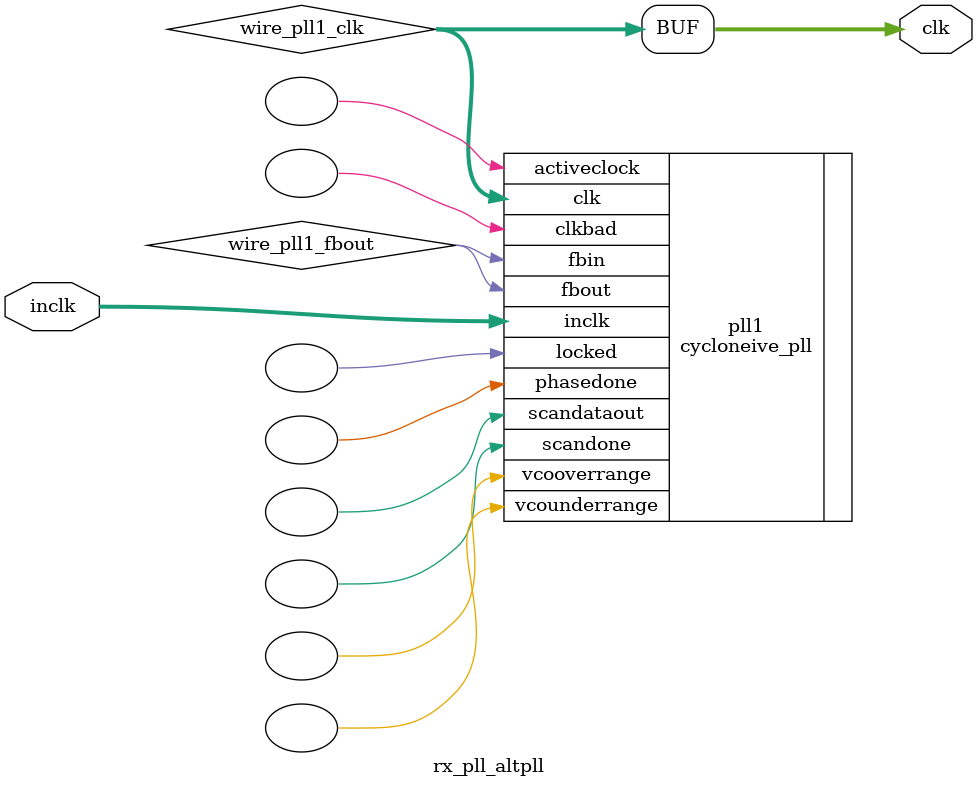
<source format=v>






//synthesis_resources = cycloneive_pll 1 
//synopsys translate_off
`timescale 1 ps / 1 ps
//synopsys translate_on
module  rx_pll_altpll
	( 
	clk,
	inclk) /* synthesis synthesis_clearbox=1 */;
	output   [4:0]  clk;
	input   [1:0]  inclk;
`ifndef ALTERA_RESERVED_QIS
// synopsys translate_off
`endif
	tri0   [1:0]  inclk;
`ifndef ALTERA_RESERVED_QIS
// synopsys translate_on
`endif

	wire  [4:0]   wire_pll1_clk;
	wire  wire_pll1_fbout;

	cycloneive_pll   pll1
	( 
	.activeclock(),
	.clk(wire_pll1_clk),
	.clkbad(),
	.fbin(wire_pll1_fbout),
	.fbout(wire_pll1_fbout),
	.inclk(inclk),
	.locked(),
	.phasedone(),
	.scandataout(),
	.scandone(),
	.vcooverrange(),
	.vcounderrange()
	`ifndef FORMAL_VERIFICATION
	// synopsys translate_off
	`endif
	,
	.areset(1'b0),
	.clkswitch(1'b0),
	.configupdate(1'b0),
	.pfdena(1'b1),
	.phasecounterselect({3{1'b0}}),
	.phasestep(1'b0),
	.phaseupdown(1'b0),
	.scanclk(1'b0),
	.scanclkena(1'b1),
	.scandata(1'b0)
	`ifndef FORMAL_VERIFICATION
	// synopsys translate_on
	`endif
	);
	defparam
		pll1.bandwidth_type = "auto",
		pll1.clk0_divide_by = 1,
		pll1.clk0_duty_cycle = 50,
		pll1.clk0_multiply_by = 1,
		pll1.clk0_phase_shift = "-2000",
		pll1.compensate_clock = "clk0",
		pll1.inclk0_input_frequency = 8000,
		pll1.operation_mode = "normal",
		pll1.pll_type = "auto",
		pll1.lpm_type = "cycloneive_pll";
	assign
		clk = {wire_pll1_clk[4:0]};
endmodule //rx_pll_altpll
//VALID FILE

</source>
